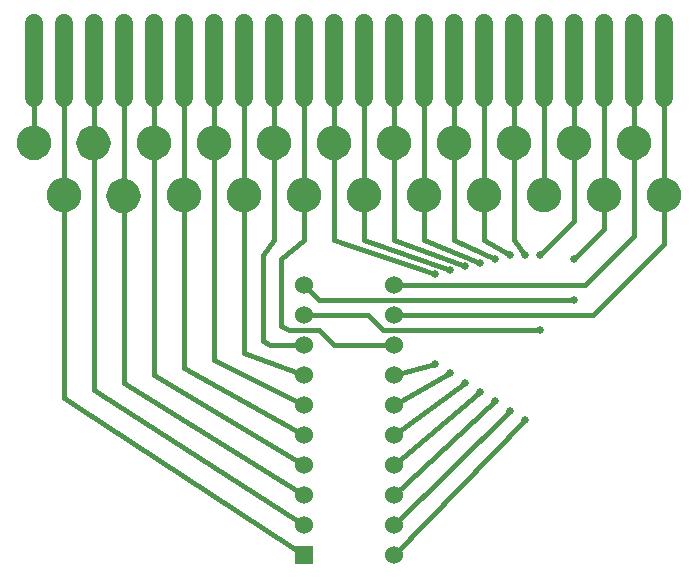
<source format=gbl>
%FSTAX24Y24*%
%MOIN*%
%IN LAYER2.gbl *%
%ADD10C,0.0150*%
%ADD11C,0.0250*%
%ADD12C,0.0400*%
%ADD13C,0.0600*%
%ADD14R,0.0600X0.0600*%
D11*X017341Y007309D03*D13*X013466Y003491D03*D11*X016341Y012241D03*D13*
X014466Y014491D03*D11*X016841Y012366D03*D13*X015466Y016241D03*D11*
X017841Y012491D03*D13*X017466Y016241D03*D11*X015841Y012116D03*D13*
X013466Y016241D03*D11*X014841Y011866D03*D13*X011466Y016241D03*D11*
X018341Y012491D03*D13*X019466Y016241D03*D11*X019466Y010991D03*D13*
X010466Y011491D03*D11*X018341Y009991D03*D13*X010466Y010491D03*D11*
X019466Y012366D03*D13*X020466Y014491D03*X007466Y016241D03*
X010466Y007491D03*X013466Y010491D03*X022466Y014491D03*
X013466Y005491D03*D11*X016341Y007934D03*D13*X013466Y004491D03*D11*
X016841Y007616D03*D13*X013466Y002491D03*D11*X017841Y006991D03*D13*
X010466Y003491D03*X003466Y016241D03*X013466Y011491D03*
X021466Y016241D03*X010466Y008491D03*X008466Y014491D03*
X013466Y009491D03*X010466Y014491D03*X005466Y016241D03*
X010466Y005491D03*X002466Y014491D03*D14*X010466Y002491D03*D13*
X004466Y014491D03*X010466Y004491D03*X006466Y014491D03*
X010466Y006491D03*X012466Y014491D03*D11*X015341Y011991D03*D13*
X016466Y014491D03*D11*X017341Y012491D03*D13*X018466Y014491D03*
X001466Y016241D03*X009466D03*X010466Y009491D03*D11*X015841Y008241D03*
D13*X013466Y006491D03*D11*X015341Y008559D03*D13*X013466Y007491D03*D11*
X014841Y008866D03*D13*X013466Y008491D03*D10*X017341Y007309D02*
G01X013466Y003491D01*X016341Y012241D02*X014466Y012991D01*Y014491D01*
X016841Y012366D02*X015466Y012991D01*Y016241D01*X017841Y012491D02*
X017466Y012991D01*X017466Y016241D01*X015841Y012116D02*
X013466Y012991D01*Y016241D01*X014841Y011866D02*X011466Y012991D01*
X011466Y016241D01*X018341Y012491D02*X019466Y013616D01*Y016241D01*
X019466Y010991D02*X010966D01*X010466Y011491D01*X018341Y009991D02*
X013091D01*X012591Y010491D01*X010466D01*X019466Y012366D02*
X020466Y013366D01*Y014491D01*X007466Y016241D02*X007466Y008991D01*
X010466Y007491D01*X013466Y010491D02*X020091D01*X022466Y012866D01*
Y014491D01*X013466Y005491D02*X016341Y007934D01*X013466Y004491D02*
X016841Y007616D01*X013466Y002491D02*X017841Y006991D01*
X010466Y003491D02*X003466Y007991D01*X003466Y016241D01*
X013466Y011491D02*X019841D01*X021466Y013116D01*Y016241D01*
X010466Y008491D02*X008466Y009241D01*Y014491D01*X013466Y009491D02*
X011466D01*X010966Y009991D01*X009966D01*X009716Y010116D01*Y012366D01*
X010466Y012991D01*Y014491D01*X005466Y016241D02*X005466Y008491D01*
X010466Y005491D01*X002466Y014491D02*X002466Y007741D01*
X010466Y002491D01*X004466Y014491D02*Y008241D01*X010466Y004491D01*
X006466Y014491D02*X006466Y008741D01*X010466Y006491D01*
X012466Y014491D02*X012466Y012991D01*X015341Y011991D01*
X016466Y014491D02*X016466Y012991D01*X017341Y012491D01*
X009466Y016241D02*Y012991D01*X009091Y012491D01*Y009616D01*
X009341Y009491D01*X010466D01*X015841Y008241D02*X013466Y006491D01*
X015341Y008559D02*X013466Y007491D01*X014841Y008866D02*
X013466Y008491D01*X017466Y016241D02*Y017741D01*D13*Y020241D01*D10*
X010466Y014491D02*Y017741D01*D13*Y020241D01*D10*X016466Y014491D02*
Y017741D01*D13*Y020241D01*D10*X015466Y016241D02*Y017741D01*D13*
Y020241D01*D10*X006466Y014491D02*Y017741D01*D13*Y020241D01*X001466D02*
Y017741D01*D10*Y016241D01*X002466Y014491D02*Y017741D01*D13*Y020241D01*
D10*X011466Y016241D02*Y017741D01*D13*Y020241D01*D10*X012466Y014491D02*
Y017741D01*D13*Y020241D01*D10*X009466Y016241D02*Y017741D01*D13*
Y020241D01*X018466D02*Y017741D01*D10*Y014491D01*X008466D02*Y017741D01*
D13*Y020241D01*D10*X007466Y016241D02*Y017741D01*D13*Y020241D01*D10*
X014466Y014491D02*Y017741D01*D13*Y020241D01*D10*X003466Y016241D02*
Y017741D01*D13*Y020241D01*D10*X004466Y014491D02*Y017741D01*D13*
Y020241D01*D10*X005466Y016241D02*Y017741D01*D13*Y020241D01*D12*
X018091Y014491D02*X018103Y014588D01*X018141Y014679D01*X0182Y014756D01*
X018278Y014816D01*X018369Y014853D01*X018466Y014866D01*
X018563Y014853D01*X018653Y014816D01*X018731Y014756D01*X01879Y014679D01*
X018828Y014588D01*X018841Y014491D01*X018828Y014394D01*X01879Y014304D01*
X018731Y014226D01*X018653Y014166D01*X018563Y014129D01*
X018466Y014116D01*X018369Y014129D01*X018278Y014166D01*X0182Y014226D01*
X018141Y014304D01*X018103Y014394D01*X018091Y014491D01*
X017091Y016241D02*X017103Y016338D01*X017141Y016429D01*X0172Y016506D01*
X017278Y016566D01*X017369Y016603D01*X017466Y016616D01*
X017563Y016603D01*X017653Y016566D01*X017731Y016506D01*X01779Y016429D01*
X017828Y016338D01*X017841Y016241D01*X017828Y016144D01*X01779Y016054D01*
X017731Y015976D01*X017653Y015916D01*X017563Y015879D01*
X017466Y015866D01*X017369Y015879D01*X017278Y015916D01*X0172Y015976D01*
X017141Y016054D01*X017103Y016144D01*X017091Y016241D01*
X002091Y014491D02*X002103Y014588D01*X002141Y014679D01*X0022Y014756D01*
X002278Y014816D01*X002369Y014853D01*X002466Y014866D01*
X002563Y014853D01*X002653Y014816D01*X002731Y014756D01*X00279Y014679D01*
X002828Y014588D01*X002841Y014491D01*X002828Y014394D01*X00279Y014304D01*
X002731Y014226D01*X002653Y014166D01*X002563Y014129D01*
X002466Y014116D01*X002369Y014129D01*X002278Y014166D01*X0022Y014226D01*
X002141Y014304D01*X002103Y014394D01*X002091Y014491D01*
X001091Y016241D02*X001103Y016338D01*X001141Y016429D01*X0012Y016506D01*
X001278Y016566D01*X001369Y016603D01*X001466Y016616D01*
X001563Y016603D01*X001653Y016566D01*X001731Y016506D01*X00179Y016429D01*
X001828Y016338D01*X001841Y016241D01*X001828Y016144D01*X00179Y016054D01*
X001731Y015976D01*X001653Y015916D01*X001563Y015879D01*
X001466Y015866D01*X001369Y015879D01*X001278Y015916D01*X0012Y015976D01*
X001141Y016054D01*X001103Y016144D01*X001091Y016241D01*
X004075Y014476D02*X004088Y014573D01*X004126Y014664D01*
X004185Y014741D01*X004263Y014801D01*X004353Y014838D01*X00445Y014851D01*
X004547Y014838D01*X004638Y014801D01*X004716Y014741D01*
X004775Y014664D01*X004813Y014573D01*X004825Y014476D01*
X004813Y014379D01*X004775Y014289D01*X004716Y014211D01*
X004638Y014151D01*X004547Y014114D01*X00445Y014101D01*X004353Y014114D01*
X004263Y014151D01*X004185Y014211D01*X004126Y014289D01*
X004088Y014379D01*X004075Y014476D01*X003075Y016226D02*
X003088Y016323D01*X003126Y016414D01*X003185Y016491D01*
X003263Y016551D01*X003353Y016588D01*X00345Y016601D01*X003547Y016588D01*
X003638Y016551D01*X003716Y016491D01*X003775Y016414D01*
X003813Y016323D01*X003825Y016226D01*X003813Y016129D01*
X003775Y016039D01*X003716Y015961D01*X003638Y015901D01*
X003547Y015864D01*X00345Y015851D01*X003353Y015864D01*X003263Y015901D01*
X003185Y015961D01*X003126Y016039D01*X003088Y016129D01*
X003075Y016226D01*X006091Y014491D02*X006103Y014588D01*
X006141Y014679D01*X0062Y014756D01*X006278Y014816D01*X006369Y014853D01*
X006466Y014866D01*X006563Y014853D01*X006653Y014816D01*
X006731Y014756D01*X00679Y014679D01*X006828Y014588D01*X006841Y014491D01*
X006828Y014394D01*X00679Y014304D01*X006731Y014226D01*X006653Y014166D01*
X006563Y014129D01*X006466Y014116D01*X006369Y014129D01*
X006278Y014166D01*X0062Y014226D01*X006141Y014304D01*X006103Y014394D01*
X006091Y014491D01*X005091Y016241D02*X005103Y016338D01*
X005141Y016429D01*X0052Y016506D01*X005278Y016566D01*X005369Y016603D01*
X005466Y016616D01*X005563Y016603D01*X005653Y016566D01*
X005731Y016506D01*X00579Y016429D01*X005828Y016338D01*X005841Y016241D01*
X005828Y016144D01*X00579Y016054D01*X005731Y015976D01*X005653Y015916D01*
X005563Y015879D01*X005466Y015866D01*X005369Y015879D01*
X005278Y015916D01*X0052Y015976D01*X005141Y016054D01*X005103Y016144D01*
X005091Y016241D01*X008091Y014491D02*X008103Y014588D01*
X008141Y014679D01*X0082Y014756D01*X008278Y014816D01*X008369Y014853D01*
X008466Y014866D01*X008563Y014853D01*X008653Y014816D01*
X008731Y014756D01*X00879Y014679D01*X008828Y014588D01*X008841Y014491D01*
X008828Y014394D01*X00879Y014304D01*X008731Y014226D01*X008653Y014166D01*
X008563Y014129D01*X008466Y014116D01*X008369Y014129D01*
X008278Y014166D01*X0082Y014226D01*X008141Y014304D01*X008103Y014394D01*
X008091Y014491D01*X007091Y016241D02*X007103Y016338D01*
X007141Y016429D01*X0072Y016506D01*X007278Y016566D01*X007369Y016603D01*
X007466Y016616D01*X007563Y016603D01*X007653Y016566D01*
X007731Y016506D01*X00779Y016429D01*X007828Y016338D01*X007841Y016241D01*
X007828Y016144D01*X00779Y016054D01*X007731Y015976D01*X007653Y015916D01*
X007563Y015879D01*X007466Y015866D01*X007369Y015879D01*
X007278Y015916D01*X0072Y015976D01*X007141Y016054D01*X007103Y016144D01*
X007091Y016241D01*X010091Y014491D02*X010103Y014588D01*
X010141Y014679D01*X0102Y014756D01*X010278Y014816D01*X010369Y014853D01*
X010466Y014866D01*X010563Y014853D01*X010653Y014816D01*
X010731Y014756D01*X01079Y014679D01*X010828Y014588D01*X010841Y014491D01*
X010828Y014394D01*X01079Y014304D01*X010731Y014226D01*X010653Y014166D01*
X010563Y014129D01*X010466Y014116D01*X010369Y014129D01*
X010278Y014166D01*X0102Y014226D01*X010141Y014304D01*X010103Y014394D01*
X010091Y014491D01*X009091Y016241D02*X009103Y016338D01*
X009141Y016429D01*X0092Y016506D01*X009278Y016566D01*X009369Y016603D01*
X009466Y016616D01*X009563Y016603D01*X009653Y016566D01*
X009731Y016506D01*X00979Y016429D01*X009828Y016338D01*X009841Y016241D01*
X009828Y016144D01*X00979Y016054D01*X009731Y015976D01*X009653Y015916D01*
X009563Y015879D01*X009466Y015866D01*X009369Y015879D01*
X009278Y015916D01*X0092Y015976D01*X009141Y016054D01*X009103Y016144D01*
X009091Y016241D01*X012091Y014491D02*X012103Y014588D01*
X012141Y014679D01*X0122Y014756D01*X012278Y014816D01*X012369Y014853D01*
X012466Y014866D01*X012563Y014853D01*X012653Y014816D01*
X012731Y014756D01*X01279Y014679D01*X012828Y014588D01*X012841Y014491D01*
X012828Y014394D01*X01279Y014304D01*X012731Y014226D01*X012653Y014166D01*
X012563Y014129D01*X012466Y014116D01*X012369Y014129D01*
X012278Y014166D01*X0122Y014226D01*X012141Y014304D01*X012103Y014394D01*
X012091Y014491D01*X011091Y016241D02*X011103Y016338D01*
X011141Y016429D01*X0112Y016506D01*X011278Y016566D01*X011369Y016603D01*
X011466Y016616D01*X011563Y016603D01*X011653Y016566D01*
X011731Y016506D01*X01179Y016429D01*X011828Y016338D01*X011841Y016241D01*
X011828Y016144D01*X01179Y016054D01*X011731Y015976D01*X011653Y015916D01*
X011563Y015879D01*X011466Y015866D01*X011369Y015879D01*
X011278Y015916D01*X0112Y015976D01*X011141Y016054D01*X011103Y016144D01*
X011091Y016241D01*X014091Y014491D02*X014103Y014588D01*
X014141Y014679D01*X0142Y014756D01*X014278Y014816D01*X014369Y014853D01*
X014466Y014866D01*X014563Y014853D01*X014653Y014816D01*
X014731Y014756D01*X01479Y014679D01*X014828Y014588D01*X014841Y014491D01*
X014828Y014394D01*X01479Y014304D01*X014731Y014226D01*X014653Y014166D01*
X014563Y014129D01*X014466Y014116D01*X014369Y014129D01*
X014278Y014166D01*X0142Y014226D01*X014141Y014304D01*X014103Y014394D01*
X014091Y014491D01*X013091Y016241D02*X013103Y016338D01*
X013141Y016429D01*X0132Y016506D01*X013278Y016566D01*X013369Y016603D01*
X013466Y016616D01*X013563Y016603D01*X013653Y016566D01*
X013731Y016506D01*X01379Y016429D01*X013828Y016338D01*X013841Y016241D01*
X013828Y016144D01*X01379Y016054D01*X013731Y015976D01*X013653Y015916D01*
X013563Y015879D01*X013466Y015866D01*X013369Y015879D01*
X013278Y015916D01*X0132Y015976D01*X013141Y016054D01*X013103Y016144D01*
X013091Y016241D01*X016091Y014491D02*X016103Y014588D01*
X016141Y014679D01*X0162Y014756D01*X016278Y014816D01*X016369Y014853D01*
X016466Y014866D01*X016563Y014853D01*X016653Y014816D01*
X016731Y014756D01*X01679Y014679D01*X016828Y014588D01*X016841Y014491D01*
X016828Y014394D01*X01679Y014304D01*X016731Y014226D01*X016653Y014166D01*
X016563Y014129D01*X016466Y014116D01*X016369Y014129D01*
X016278Y014166D01*X0162Y014226D01*X016141Y014304D01*X016103Y014394D01*
X016091Y014491D01*X015091Y016241D02*X015103Y016338D01*
X015141Y016429D01*X0152Y016506D01*X015278Y016566D01*X015369Y016603D01*
X015466Y016616D01*X015563Y016603D01*X015653Y016566D01*
X015731Y016506D01*X01579Y016429D01*X015828Y016338D01*X015841Y016241D01*
X015828Y016144D01*X01579Y016054D01*X015731Y015976D01*X015653Y015916D01*
X015563Y015879D01*X015466Y015866D01*X015369Y015879D01*
X015278Y015916D01*X0152Y015976D01*X015141Y016054D01*X015103Y016144D01*
X015091Y016241D01*D10*X019466D02*Y017741D01*D13*Y020241D01*D10*
X020466Y014491D02*Y017741D01*D13*Y020241D01*D10*X021466Y016241D02*
Y017741D01*D13*Y020241D01*D12*X019091Y016241D02*X019103Y016338D01*
X019141Y016429D01*X0192Y016506D01*X019278Y016566D01*X019369Y016603D01*
X019466Y016616D01*X019563Y016603D01*X019653Y016566D01*
X019731Y016506D01*X01979Y016429D01*X019828Y016338D01*X019841Y016241D01*
X019828Y016144D01*X01979Y016054D01*X019731Y015976D01*X019653Y015916D01*
X019563Y015879D01*X019466Y015866D01*X019369Y015879D01*
X019278Y015916D01*X0192Y015976D01*X019141Y016054D01*X019103Y016144D01*
X019091Y016241D01*X020091Y014491D02*X020103Y014588D01*
X020141Y014679D01*X0202Y014756D01*X020278Y014816D01*X020369Y014853D01*
X020466Y014866D01*X020563Y014853D01*X020653Y014816D01*
X020731Y014756D01*X02079Y014679D01*X020828Y014588D01*X020841Y014491D01*
X020828Y014394D01*X02079Y014304D01*X020731Y014226D01*X020653Y014166D01*
X020563Y014129D01*X020466Y014116D01*X020369Y014129D01*
X020278Y014166D01*X0202Y014226D01*X020141Y014304D01*X020103Y014394D01*
X020091Y014491D01*X021091Y016241D02*X021103Y016338D01*
X021141Y016429D01*X0212Y016506D01*X021278Y016566D01*X021369Y016603D01*
X021466Y016616D01*X021563Y016603D01*X021653Y016566D01*
X021731Y016506D01*X02179Y016429D01*X021828Y016338D01*X021841Y016241D01*
X021828Y016144D01*X02179Y016054D01*X021731Y015976D01*X021653Y015916D01*
X021563Y015879D01*X021466Y015866D01*X021369Y015879D01*
X021278Y015916D01*X0212Y015976D01*X021141Y016054D01*X021103Y016144D01*
X021091Y016241D01*X022091Y014491D02*X022103Y014588D01*
X022141Y014679D01*X0222Y014756D01*X022278Y014816D01*X022369Y014853D01*
X022466Y014866D01*X022563Y014853D01*X022653Y014816D01*
X022731Y014756D01*X02279Y014679D01*X022828Y014588D01*X022841Y014491D01*
X022828Y014394D01*X02279Y014304D01*X022731Y014226D01*X022653Y014166D01*
X022563Y014129D01*X022466Y014116D01*X022369Y014129D01*
X022278Y014166D01*X0222Y014226D01*X022141Y014304D01*X022103Y014394D01*
X022091Y014491D01*D10*X022466D02*Y017741D01*D13*Y020241D01*X013466D02*
Y017741D01*D10*Y016241D01*
M02*
</source>
